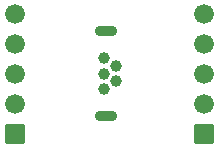
<source format=gts>
G04 Layer: TopSolderMaskLayer*
G04 EasyEDA v6.5.20, 2023-08-22 18:50:07*
G04 a67cddfb3fce44daa9051d46cbbcc19f,10*
G04 Gerber Generator version 0.2*
G04 Scale: 100 percent, Rotated: No, Reflected: No *
G04 Dimensions in millimeters *
G04 leading zeros omitted , absolute positions ,4 integer and 5 decimal *
%FSLAX45Y45*%
%MOMM*%

%AMMACRO1*1,1,$1,$2,$3*1,1,$1,$4,$5*1,1,$1,0-$2,0-$3*1,1,$1,0-$4,0-$5*20,1,$1,$2,$3,$4,$5,0*20,1,$1,$4,$5,0-$2,0-$3,0*20,1,$1,0-$2,0-$3,0-$4,0-$5,0*20,1,$1,0-$4,0-$5,$2,$3,0*4,1,4,$2,$3,$4,$5,0-$2,0-$3,0-$4,0-$5,$2,$3,0*%
%ADD10C,1.6764*%
%ADD11MACRO1,0.1016X0.7874X-0.7874X0.7874X0.7874*%
%ADD12C,1.0016*%
%ADD13O,1.9015963999999999X0.9015984*%

%LPD*%
D10*
G01*
X-799998Y508000D03*
G01*
X-799998Y254000D03*
G01*
X-799998Y0D03*
G01*
X-799998Y-254000D03*
D11*
G01*
X-799998Y-508000D03*
D10*
G01*
X799998Y508000D03*
G01*
X799998Y254000D03*
G01*
X799998Y0D03*
G01*
X799998Y-254000D03*
D11*
G01*
X799998Y-508000D03*
D12*
G01*
X-49987Y-130047D03*
G01*
X49987Y-65023D03*
G01*
X-49987Y0D03*
G01*
X49987Y65023D03*
G01*
X-49987Y130047D03*
D13*
G01*
X-28016Y-357886D03*
G01*
X-28016Y357886D03*
M02*

</source>
